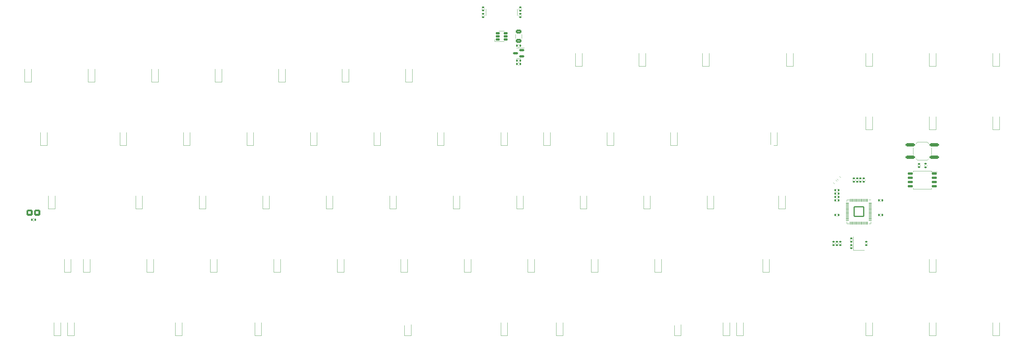
<source format=gbr>
%TF.GenerationSoftware,KiCad,Pcbnew,(6.0.6)*%
%TF.CreationDate,2022-09-03T14:27:16-07:00*%
%TF.ProjectId,2040rmie,32303430-726d-4696-952e-6b696361645f,rev?*%
%TF.SameCoordinates,Original*%
%TF.FileFunction,Legend,Bot*%
%TF.FilePolarity,Positive*%
%FSLAX46Y46*%
G04 Gerber Fmt 4.6, Leading zero omitted, Abs format (unit mm)*
G04 Created by KiCad (PCBNEW (6.0.6)) date 2022-09-03 14:27:16*
%MOMM*%
%LPD*%
G01*
G04 APERTURE LIST*
G04 Aperture macros list*
%AMRoundRect*
0 Rectangle with rounded corners*
0 $1 Rounding radius*
0 $2 $3 $4 $5 $6 $7 $8 $9 X,Y pos of 4 corners*
0 Add a 4 corners polygon primitive as box body*
4,1,4,$2,$3,$4,$5,$6,$7,$8,$9,$2,$3,0*
0 Add four circle primitives for the rounded corners*
1,1,$1+$1,$2,$3*
1,1,$1+$1,$4,$5*
1,1,$1+$1,$6,$7*
1,1,$1+$1,$8,$9*
0 Add four rect primitives between the rounded corners*
20,1,$1+$1,$2,$3,$4,$5,0*
20,1,$1+$1,$4,$5,$6,$7,0*
20,1,$1+$1,$6,$7,$8,$9,0*
20,1,$1+$1,$8,$9,$2,$3,0*%
G04 Aperture macros list end*
%ADD10C,0.120000*%
%ADD11C,0.200000*%
%ADD12C,1.750000*%
%ADD13C,3.987800*%
%ADD14C,2.300000*%
%ADD15RoundRect,0.285750X-0.666750X-0.666750X0.666750X-0.666750X0.666750X0.666750X-0.666750X0.666750X0*%
%ADD16C,1.905000*%
%ADD17C,3.048000*%
%ADD18C,2.000000*%
%ADD19RoundRect,0.140000X-0.140000X-0.170000X0.140000X-0.170000X0.140000X0.170000X-0.140000X0.170000X0*%
%ADD20R,1.200000X0.900000*%
%ADD21RoundRect,0.135000X0.185000X-0.135000X0.185000X0.135000X-0.185000X0.135000X-0.185000X-0.135000X0*%
%ADD22RoundRect,0.140000X0.140000X0.170000X-0.140000X0.170000X-0.140000X-0.170000X0.140000X-0.170000X0*%
%ADD23RoundRect,0.200000X-0.335876X-0.053033X-0.053033X-0.335876X0.335876X0.053033X0.053033X0.335876X0*%
%ADD24RoundRect,0.135000X-0.185000X0.135000X-0.185000X-0.135000X0.185000X-0.135000X0.185000X0.135000X0*%
%ADD25R,1.200000X1.400000*%
%ADD26RoundRect,0.140000X0.170000X-0.140000X0.170000X0.140000X-0.170000X0.140000X-0.170000X-0.140000X0*%
%ADD27RoundRect,0.140000X-0.170000X0.140000X-0.170000X-0.140000X0.170000X-0.140000X0.170000X0.140000X0*%
%ADD28RoundRect,0.150000X0.587500X0.150000X-0.587500X0.150000X-0.587500X-0.150000X0.587500X-0.150000X0*%
%ADD29RoundRect,0.250000X0.625000X-0.375000X0.625000X0.375000X-0.625000X0.375000X-0.625000X-0.375000X0*%
%ADD30RoundRect,0.150000X0.650000X0.150000X-0.650000X0.150000X-0.650000X-0.150000X0.650000X-0.150000X0*%
%ADD31C,0.650000*%
%ADD32R,0.600000X1.450000*%
%ADD33R,0.300000X1.450000*%
%ADD34O,1.000000X1.600000*%
%ADD35O,1.000000X2.100000*%
%ADD36RoundRect,0.135000X-0.135000X-0.185000X0.135000X-0.185000X0.135000X0.185000X-0.135000X0.185000X0*%
%ADD37RoundRect,0.050000X0.387500X0.050000X-0.387500X0.050000X-0.387500X-0.050000X0.387500X-0.050000X0*%
%ADD38RoundRect,0.050000X0.050000X0.387500X-0.050000X0.387500X-0.050000X-0.387500X0.050000X-0.387500X0*%
%ADD39RoundRect,0.144000X1.456000X1.456000X-1.456000X1.456000X-1.456000X-1.456000X1.456000X-1.456000X0*%
%ADD40RoundRect,0.275000X-1.125000X-0.275000X1.125000X-0.275000X1.125000X0.275000X-1.125000X0.275000X0*%
%ADD41RoundRect,0.150000X-0.475000X-0.150000X0.475000X-0.150000X0.475000X0.150000X-0.475000X0.150000X0*%
G04 APERTURE END LIST*
D10*
%TO.C,C17*%
X323874664Y-104785000D02*
X324090336Y-104785000D01*
X323874664Y-104065000D02*
X324090336Y-104065000D01*
%TO.C,D57*%
X114343750Y-145100000D02*
X112343750Y-145100000D01*
X112343750Y-145100000D02*
X112343750Y-141200000D01*
X114343750Y-145100000D02*
X114343750Y-141200000D01*
%TO.C,D41*%
X295318750Y-107000000D02*
X293318750Y-107000000D01*
X295318750Y-107000000D02*
X295318750Y-103100000D01*
X293318750Y-107000000D02*
X293318750Y-103100000D01*
%TO.C,R4*%
X315542500Y-116503016D02*
X315542500Y-116195734D01*
X314782500Y-116503016D02*
X314782500Y-116195734D01*
%TO.C,C11*%
X310950336Y-102065000D02*
X310734664Y-102065000D01*
X310950336Y-102785000D02*
X310734664Y-102785000D01*
%TO.C,D46*%
X143862500Y-126050000D02*
X143862500Y-122150000D01*
X143862500Y-126050000D02*
X141862500Y-126050000D01*
X141862500Y-126050000D02*
X141862500Y-122150000D01*
%TO.C,D34*%
X159587500Y-107000000D02*
X159587500Y-103100000D01*
X157587500Y-107000000D02*
X157587500Y-103100000D01*
X159587500Y-107000000D02*
X157587500Y-107000000D01*
%TO.C,D3*%
X107200000Y-68900000D02*
X107200000Y-65000000D01*
X105200000Y-68900000D02*
X105200000Y-65000000D01*
X107200000Y-68900000D02*
X105200000Y-68900000D01*
%TO.C,R2*%
X310835599Y-98008868D02*
X311171132Y-98344401D01*
X311574526Y-97269941D02*
X311910059Y-97605474D01*
%TO.C,C19*%
X323874664Y-109222500D02*
X324090336Y-109222500D01*
X323874664Y-108502500D02*
X324090336Y-108502500D01*
%TO.C,R9*%
X311222500Y-117233859D02*
X311222500Y-117541141D01*
X310462500Y-117233859D02*
X310462500Y-117541141D01*
%TO.C,Y1*%
X315762500Y-119387500D02*
X315762500Y-115387500D01*
X319062500Y-119387500D02*
X315762500Y-119387500D01*
%TO.C,C7*%
X310950336Y-101785000D02*
X310734664Y-101785000D01*
X310950336Y-101065000D02*
X310734664Y-101065000D01*
%TO.C,D12*%
X321512500Y-64137500D02*
X321512500Y-60237500D01*
X321512500Y-64137500D02*
X319512500Y-64137500D01*
X319512500Y-64137500D02*
X319512500Y-60237500D01*
%TO.C,D5*%
X145300000Y-68900000D02*
X143300000Y-68900000D01*
X145300000Y-68900000D02*
X145300000Y-65000000D01*
X143300000Y-68900000D02*
X143300000Y-65000000D01*
%TO.C,D48*%
X181962500Y-126050000D02*
X179962500Y-126050000D01*
X181962500Y-126050000D02*
X181962500Y-122150000D01*
X179962500Y-126050000D02*
X179962500Y-122150000D01*
%TO.C,C2*%
X314802500Y-118457211D02*
X314802500Y-118241539D01*
X315522500Y-118457211D02*
X315522500Y-118241539D01*
%TO.C,D65*%
X321512500Y-145100000D02*
X319512500Y-145100000D01*
X319512500Y-145100000D02*
X319512500Y-141200000D01*
X321512500Y-145100000D02*
X321512500Y-141200000D01*
%TO.C,D26*%
X290937500Y-87950000D02*
X290937500Y-84050000D01*
X292937500Y-87950000D02*
X292937500Y-84050000D01*
X292937500Y-87950000D02*
X290937500Y-87950000D01*
%TO.C,D1*%
X69100000Y-68900000D02*
X67100000Y-68900000D01*
X67100000Y-68900000D02*
X67100000Y-65000000D01*
X69100000Y-68900000D02*
X69100000Y-65000000D01*
%TO.C,D39*%
X252837500Y-107000000D02*
X252837500Y-103100000D01*
X254837500Y-107000000D02*
X254837500Y-103100000D01*
X254837500Y-107000000D02*
X252837500Y-107000000D01*
%TO.C,D49*%
X201012500Y-126050000D02*
X201012500Y-122150000D01*
X199012500Y-126050000D02*
X199012500Y-122150000D01*
X201012500Y-126050000D02*
X199012500Y-126050000D01*
%TO.C,D10*%
X270450000Y-64137500D02*
X270450000Y-60237500D01*
X272450000Y-64137500D02*
X270450000Y-64137500D01*
X272450000Y-64137500D02*
X272450000Y-60237500D01*
%TO.C,C8*%
X317552500Y-98445336D02*
X317552500Y-98229664D01*
X318272500Y-98445336D02*
X318272500Y-98229664D01*
%TO.C,D43*%
X86712500Y-126050000D02*
X84712500Y-126050000D01*
X84712500Y-126050000D02*
X84712500Y-122150000D01*
X86712500Y-126050000D02*
X86712500Y-122150000D01*
%TO.C,D16*%
X97675000Y-87950000D02*
X97675000Y-84050000D01*
X95675000Y-87950000D02*
X95675000Y-84050000D01*
X97675000Y-87950000D02*
X95675000Y-87950000D01*
%TO.C,D61*%
X228643750Y-145100000D02*
X226643750Y-145100000D01*
X228643750Y-145100000D02*
X228643750Y-141200000D01*
X226643750Y-145100000D02*
X226643750Y-141200000D01*
%TO.C,C20*%
X312202500Y-117279664D02*
X312202500Y-117495336D01*
X311482500Y-117279664D02*
X311482500Y-117495336D01*
%TO.C,D54*%
X340562500Y-126050000D02*
X338562500Y-126050000D01*
X340562500Y-126050000D02*
X340562500Y-122150000D01*
X338562500Y-126050000D02*
X338562500Y-122150000D01*
%TO.C,D58*%
X138156250Y-145100000D02*
X138156250Y-141200000D01*
X136156250Y-145100000D02*
X136156250Y-141200000D01*
X138156250Y-145100000D02*
X136156250Y-145100000D01*
%TO.C,U4*%
X215338750Y-61797500D02*
X214688750Y-61797500D01*
X215338750Y-58677500D02*
X217013750Y-58677500D01*
X215338750Y-58677500D02*
X214688750Y-58677500D01*
X215338750Y-61797500D02*
X215988750Y-61797500D01*
%TO.C,D33*%
X140537500Y-107000000D02*
X138537500Y-107000000D01*
X138537500Y-107000000D02*
X138537500Y-103100000D01*
X140537500Y-107000000D02*
X140537500Y-103100000D01*
%TO.C,D7*%
X183400000Y-68900000D02*
X183400000Y-65000000D01*
X181400000Y-68900000D02*
X181400000Y-65000000D01*
X183400000Y-68900000D02*
X181400000Y-68900000D01*
%TO.C,R3*%
X309774940Y-99069527D02*
X310110473Y-99405060D01*
X310513867Y-98330600D02*
X310849400Y-98666133D01*
%TO.C,D11*%
X295700000Y-64137500D02*
X295700000Y-60237500D01*
X297700000Y-64137500D02*
X295700000Y-64137500D01*
X297700000Y-64137500D02*
X297700000Y-60237500D01*
%TO.C,F1*%
X214428750Y-55759564D02*
X214428750Y-54555436D01*
X216248750Y-55759564D02*
X216248750Y-54555436D01*
%TO.C,D47*%
X162912500Y-126050000D02*
X160912500Y-126050000D01*
X162912500Y-126050000D02*
X162912500Y-122150000D01*
X160912500Y-126050000D02*
X160912500Y-122150000D01*
%TO.C,D22*%
X211975000Y-87950000D02*
X211975000Y-84050000D01*
X209975000Y-87950000D02*
X209975000Y-84050000D01*
X211975000Y-87950000D02*
X209975000Y-87950000D01*
%TO.C,D30*%
X74243750Y-107000000D02*
X74243750Y-103100000D01*
X76243750Y-107000000D02*
X74243750Y-107000000D01*
X76243750Y-107000000D02*
X76243750Y-103100000D01*
%TO.C,D37*%
X214737500Y-107000000D02*
X214737500Y-103100000D01*
X216737500Y-107000000D02*
X216737500Y-103100000D01*
X216737500Y-107000000D02*
X214737500Y-107000000D01*
%TO.C,D42*%
X81006250Y-126050000D02*
X79006250Y-126050000D01*
X81006250Y-126050000D02*
X81006250Y-122150000D01*
X79006250Y-126050000D02*
X79006250Y-122150000D01*
%TO.C,C10*%
X215230914Y-63847500D02*
X215446586Y-63847500D01*
X215230914Y-63127500D02*
X215446586Y-63127500D01*
%TO.C,D9*%
X253400000Y-64137500D02*
X253400000Y-60237500D01*
X253400000Y-64137500D02*
X251400000Y-64137500D01*
X251400000Y-64137500D02*
X251400000Y-60237500D01*
%TO.C,C9*%
X309482500Y-117279664D02*
X309482500Y-117495336D01*
X310202500Y-117279664D02*
X310202500Y-117495336D01*
%TO.C,D24*%
X243875000Y-87950000D02*
X243875000Y-84050000D01*
X241875000Y-87950000D02*
X241875000Y-84050000D01*
X243875000Y-87950000D02*
X241875000Y-87950000D01*
%TO.C,U3*%
X333737500Y-101062500D02*
X333737500Y-100802500D01*
X336462500Y-101062500D02*
X339187500Y-101062500D01*
X339187500Y-95612500D02*
X339187500Y-95872500D01*
X336462500Y-95612500D02*
X339187500Y-95612500D01*
X333737500Y-95612500D02*
X333737500Y-95872500D01*
X336462500Y-95612500D02*
X333737500Y-95612500D01*
X336462500Y-101062500D02*
X333737500Y-101062500D01*
X339187500Y-95872500D02*
X340862500Y-95872500D01*
X339187500Y-101062500D02*
X339187500Y-100802500D01*
%TO.C,D4*%
X126250000Y-68900000D02*
X124250000Y-68900000D01*
X124250000Y-68900000D02*
X124250000Y-65000000D01*
X126250000Y-68900000D02*
X126250000Y-65000000D01*
%TO.C,C13*%
X317272500Y-98445336D02*
X317272500Y-98229664D01*
X316552500Y-98445336D02*
X316552500Y-98229664D01*
%TO.C,C4*%
X335102500Y-93878164D02*
X335102500Y-94093836D01*
X335822500Y-93878164D02*
X335822500Y-94093836D01*
%TO.C,R7*%
X216198750Y-46773859D02*
X216198750Y-47081141D01*
X215438750Y-46773859D02*
X215438750Y-47081141D01*
%TO.C,R8*%
X337842500Y-93832359D02*
X337842500Y-94139641D01*
X337082500Y-93832359D02*
X337082500Y-94139641D01*
%TO.C,USB1*%
X205548750Y-48912500D02*
X205548750Y-46912500D01*
X214948750Y-48912500D02*
X214948750Y-46912500D01*
%TO.C,D25*%
X260925000Y-87950000D02*
X260925000Y-84050000D01*
X262925000Y-87950000D02*
X260925000Y-87950000D01*
X262925000Y-87950000D02*
X262925000Y-84050000D01*
%TO.C,D18*%
X133775000Y-87950000D02*
X133775000Y-84050000D01*
X135775000Y-87950000D02*
X135775000Y-84050000D01*
X135775000Y-87950000D02*
X133775000Y-87950000D01*
%TO.C,D55*%
X77906250Y-145100000D02*
X75906250Y-145100000D01*
X77906250Y-145100000D02*
X77906250Y-141200000D01*
X75906250Y-145100000D02*
X75906250Y-141200000D01*
%TO.C,D40*%
X271887500Y-107000000D02*
X271887500Y-103100000D01*
X273887500Y-107000000D02*
X273887500Y-103100000D01*
X273887500Y-107000000D02*
X271887500Y-107000000D01*
%TO.C,R1*%
X69608859Y-109880000D02*
X69916141Y-109880000D01*
X69608859Y-110640000D02*
X69916141Y-110640000D01*
%TO.C,C3*%
X205038750Y-46819664D02*
X205038750Y-47035336D01*
X204318750Y-46819664D02*
X204318750Y-47035336D01*
%TO.C,C14*%
X318552500Y-98445336D02*
X318552500Y-98229664D01*
X319272500Y-98445336D02*
X319272500Y-98229664D01*
%TO.C,D66*%
X340562500Y-145100000D02*
X338562500Y-145100000D01*
X340562500Y-145100000D02*
X340562500Y-141200000D01*
X338562500Y-145100000D02*
X338562500Y-141200000D01*
%TO.C,D52*%
X258162500Y-126050000D02*
X258162500Y-122150000D01*
X258162500Y-126050000D02*
X256162500Y-126050000D01*
X256162500Y-126050000D02*
X256162500Y-122150000D01*
%TO.C,D13*%
X340562500Y-64137500D02*
X340562500Y-60237500D01*
X340562500Y-64137500D02*
X338562500Y-64137500D01*
X338562500Y-64137500D02*
X338562500Y-60237500D01*
%TO.C,D8*%
X234350000Y-64137500D02*
X234350000Y-60237500D01*
X234350000Y-64137500D02*
X232350000Y-64137500D01*
X232350000Y-64137500D02*
X232350000Y-60237500D01*
%TO.C,D17*%
X116725000Y-87950000D02*
X114725000Y-87950000D01*
X116725000Y-87950000D02*
X116725000Y-84050000D01*
X114725000Y-87950000D02*
X114725000Y-84050000D01*
%TO.C,D50*%
X220062500Y-126050000D02*
X218062500Y-126050000D01*
X220062500Y-126050000D02*
X220062500Y-122150000D01*
X218062500Y-126050000D02*
X218062500Y-122150000D01*
%TO.C,D59*%
X183081950Y-145100000D02*
X181081950Y-145100000D01*
X181081950Y-145100000D02*
X181081950Y-141200000D01*
X183081950Y-145100000D02*
X183081950Y-141200000D01*
%TO.C,D28*%
X340562500Y-83187500D02*
X338562500Y-83187500D01*
X340562500Y-83187500D02*
X340562500Y-79287500D01*
X338562500Y-83187500D02*
X338562500Y-79287500D01*
%TO.C,D31*%
X100437500Y-107000000D02*
X100437500Y-103100000D01*
X102437500Y-107000000D02*
X100437500Y-107000000D01*
X102437500Y-107000000D02*
X102437500Y-103100000D01*
%TO.C,D14*%
X357612500Y-64137500D02*
X357612500Y-60237500D01*
X359612500Y-64137500D02*
X359612500Y-60237500D01*
X359612500Y-64137500D02*
X357612500Y-64137500D01*
%TO.C,C1*%
X319302500Y-117495336D02*
X319302500Y-117279664D01*
X320022500Y-117495336D02*
X320022500Y-117279664D01*
%TO.C,U1*%
X321022500Y-111472500D02*
X321022500Y-110822500D01*
X320372500Y-111472500D02*
X321022500Y-111472500D01*
X314452500Y-111472500D02*
X313802500Y-111472500D01*
X320372500Y-104252500D02*
X321022500Y-104252500D01*
X313802500Y-111472500D02*
X313802500Y-110822500D01*
X313802500Y-104252500D02*
X313802500Y-104902500D01*
X314452500Y-104252500D02*
X313802500Y-104252500D01*
%TO.C,C6*%
X215230914Y-62847500D02*
X215446586Y-62847500D01*
X215230914Y-62127500D02*
X215446586Y-62127500D01*
%TO.C,D53*%
X290556250Y-126050000D02*
X288556250Y-126050000D01*
X288556250Y-126050000D02*
X288556250Y-122150000D01*
X290556250Y-126050000D02*
X290556250Y-122150000D01*
%TO.C,D35*%
X176637500Y-107000000D02*
X176637500Y-103100000D01*
X178637500Y-107000000D02*
X178637500Y-103100000D01*
X178637500Y-107000000D02*
X176637500Y-107000000D01*
%TO.C,R6*%
X215438750Y-49081141D02*
X215438750Y-48773859D01*
X216198750Y-49081141D02*
X216198750Y-48773859D01*
%TO.C,D36*%
X195687500Y-107000000D02*
X195687500Y-103100000D01*
X197687500Y-107000000D02*
X197687500Y-103100000D01*
X197687500Y-107000000D02*
X195687500Y-107000000D01*
%TO.C,D6*%
X162350000Y-68900000D02*
X162350000Y-65000000D01*
X164350000Y-68900000D02*
X164350000Y-65000000D01*
X164350000Y-68900000D02*
X162350000Y-68900000D01*
%TO.C,D45*%
X124812500Y-126050000D02*
X122812500Y-126050000D01*
X124812500Y-126050000D02*
X124812500Y-122150000D01*
X122812500Y-126050000D02*
X122812500Y-122150000D01*
%TO.C,C16*%
X310950336Y-104065000D02*
X310734664Y-104065000D01*
X310950336Y-104785000D02*
X310734664Y-104785000D01*
%TO.C,D2*%
X88150000Y-68900000D02*
X88150000Y-65000000D01*
X88150000Y-68900000D02*
X86150000Y-68900000D01*
X86150000Y-68900000D02*
X86150000Y-65000000D01*
%TO.C,Reset1*%
X335012500Y-92364500D02*
X337912500Y-92364500D01*
X335012500Y-86924500D02*
X334522500Y-87414500D01*
X337912500Y-92364500D02*
X338402500Y-91874500D01*
X335012500Y-86924500D02*
X337912500Y-86924500D01*
X339182500Y-88604500D02*
X339182500Y-90684500D01*
X333742500Y-88604500D02*
X333742500Y-90684500D01*
X335012500Y-92364500D02*
X334522500Y-91874500D01*
X337912500Y-86924500D02*
X338402500Y-87414500D01*
%TO.C,D19*%
X154825000Y-87950000D02*
X152825000Y-87950000D01*
X152825000Y-87950000D02*
X152825000Y-84050000D01*
X154825000Y-87950000D02*
X154825000Y-84050000D01*
%TO.C,D60*%
X211975000Y-145100000D02*
X211975000Y-141200000D01*
X209975000Y-145100000D02*
X209975000Y-141200000D01*
X211975000Y-145100000D02*
X209975000Y-145100000D01*
%TO.C,D51*%
X239112500Y-126050000D02*
X239112500Y-122150000D01*
X239112500Y-126050000D02*
X237112500Y-126050000D01*
X237112500Y-126050000D02*
X237112500Y-122150000D01*
%TO.C,D38*%
X233787500Y-107000000D02*
X233787500Y-103100000D01*
X235787500Y-107000000D02*
X233787500Y-107000000D01*
X235787500Y-107000000D02*
X235787500Y-103100000D01*
%TO.C,R5*%
X204298750Y-49081141D02*
X204298750Y-48773859D01*
X205058750Y-49081141D02*
X205058750Y-48773859D01*
%TO.C,C5*%
X215230914Y-57627500D02*
X215446586Y-57627500D01*
X215230914Y-58347500D02*
X215446586Y-58347500D01*
%TO.C,C15*%
X310950336Y-103065000D02*
X310734664Y-103065000D01*
X310950336Y-103785000D02*
X310734664Y-103785000D01*
%TO.C,D27*%
X319512500Y-83187500D02*
X319512500Y-79287500D01*
X321512500Y-83187500D02*
X319512500Y-83187500D01*
X321512500Y-83187500D02*
X321512500Y-79287500D01*
%TO.C,D32*%
X119487500Y-107000000D02*
X119487500Y-103100000D01*
X121487500Y-107000000D02*
X119487500Y-107000000D01*
X121487500Y-107000000D02*
X121487500Y-103100000D01*
%TO.C,D67*%
X357612500Y-145100000D02*
X357612500Y-141200000D01*
X359612500Y-145100000D02*
X359612500Y-141200000D01*
X359612500Y-145100000D02*
X357612500Y-145100000D01*
%TO.C,D23*%
X224825000Y-87950000D02*
X222825000Y-87950000D01*
X222825000Y-87950000D02*
X222825000Y-84050000D01*
X224825000Y-87950000D02*
X224825000Y-84050000D01*
%TO.C,D56*%
X81950000Y-145100000D02*
X79950000Y-145100000D01*
X81950000Y-145100000D02*
X81950000Y-141200000D01*
X79950000Y-145100000D02*
X79950000Y-141200000D01*
%TO.C,D20*%
X171875000Y-87950000D02*
X171875000Y-84050000D01*
X173875000Y-87950000D02*
X171875000Y-87950000D01*
X173875000Y-87950000D02*
X173875000Y-84050000D01*
%TO.C,U2*%
X210248750Y-53597500D02*
X211048750Y-53597500D01*
X208148750Y-56717500D02*
X211048750Y-56717500D01*
X208148750Y-56107500D02*
X208148750Y-56717500D01*
X210248750Y-53597500D02*
X209448750Y-53597500D01*
%TO.C,D62*%
X262044450Y-145100000D02*
X262044450Y-141200000D01*
X264044450Y-145100000D02*
X264044450Y-141200000D01*
X264044450Y-145100000D02*
X262044450Y-145100000D01*
%TO.C,D15*%
X73862500Y-87950000D02*
X73862500Y-84050000D01*
X73862500Y-87950000D02*
X71862500Y-87950000D01*
X71862500Y-87950000D02*
X71862500Y-84050000D01*
%TO.C,C18*%
X310950336Y-108502500D02*
X310734664Y-108502500D01*
X310950336Y-109222500D02*
X310734664Y-109222500D01*
%TO.C,D44*%
X103762500Y-126050000D02*
X103762500Y-122150000D01*
X105762500Y-126050000D02*
X103762500Y-126050000D01*
X105762500Y-126050000D02*
X105762500Y-122150000D01*
%TO.C,D63*%
X276650000Y-145100000D02*
X276650000Y-141200000D01*
X278650000Y-145100000D02*
X278650000Y-141200000D01*
X278650000Y-145100000D02*
X276650000Y-145100000D01*
%TO.C,C12*%
X315552500Y-98445336D02*
X315552500Y-98229664D01*
X316272500Y-98445336D02*
X316272500Y-98229664D01*
%TO.C,D29*%
X359612500Y-83187500D02*
X359612500Y-79287500D01*
X359612500Y-83187500D02*
X357612500Y-83187500D01*
X357612500Y-83187500D02*
X357612500Y-79287500D01*
%TO.C,D64*%
X282693750Y-145100000D02*
X280693750Y-145100000D01*
X282693750Y-145100000D02*
X282693750Y-141200000D01*
X280693750Y-145100000D02*
X280693750Y-141200000D01*
%TO.C,D21*%
X192925000Y-87950000D02*
X190925000Y-87950000D01*
X190925000Y-87950000D02*
X190925000Y-84050000D01*
X192925000Y-87950000D02*
X192925000Y-84050000D01*
%TD*%
%LPC*%
D11*
X345245950Y-86519750D02*
G75*
G03*
X343995950Y-87769750I50J-1250050D01*
G01*
X343995950Y-93269750D02*
X343995950Y-87769750D01*
X357745950Y-94519750D02*
G75*
G03*
X358995950Y-93269750I-50J1250050D01*
G01*
X358995950Y-87769750D02*
G75*
G03*
X357745950Y-86519750I-1250050J-50D01*
G01*
X343995950Y-93269750D02*
G75*
G03*
X345245950Y-94519750I1250050J50D01*
G01*
X357745950Y-94519750D02*
X345245950Y-94519750D01*
X358995950Y-87769750D02*
X358995950Y-93269750D01*
X345245950Y-86519750D02*
X357745950Y-86519750D01*
X357114201Y-87652369D02*
X357060629Y-87604750D01*
X356959439Y-87557130D01*
X356721344Y-87557130D01*
X356632058Y-87604750D01*
X356590391Y-87652369D01*
X356554677Y-87747607D01*
X356566582Y-87842845D01*
X356632058Y-87985702D01*
X357274915Y-88557130D01*
X356655867Y-88557130D01*
X355911820Y-87557130D02*
X355816582Y-87557130D01*
X355727296Y-87604750D01*
X355685629Y-87652369D01*
X355649915Y-87747607D01*
X355626105Y-87938083D01*
X355655867Y-88176178D01*
X355727296Y-88366654D01*
X355786820Y-88461892D01*
X355840391Y-88509511D01*
X355941582Y-88557130D01*
X356036820Y-88557130D01*
X356126105Y-88509511D01*
X356167772Y-88461892D01*
X356203486Y-88366654D01*
X356227296Y-88176178D01*
X356197534Y-87938083D01*
X356126105Y-87747607D01*
X356066582Y-87652369D01*
X356013010Y-87604750D01*
X355911820Y-87557130D01*
X354763010Y-87890464D02*
X354846344Y-88557130D01*
X354953486Y-87509511D02*
X355280867Y-88223797D01*
X354661820Y-88223797D01*
X354007058Y-87557130D02*
X353911820Y-87557130D01*
X353822534Y-87604750D01*
X353780867Y-87652369D01*
X353745153Y-87747607D01*
X353721344Y-87938083D01*
X353751105Y-88176178D01*
X353822534Y-88366654D01*
X353882058Y-88461892D01*
X353935629Y-88509511D01*
X354036820Y-88557130D01*
X354132058Y-88557130D01*
X354221344Y-88509511D01*
X354263010Y-88461892D01*
X354298725Y-88366654D01*
X354322534Y-88176178D01*
X354292772Y-87938083D01*
X354221344Y-87747607D01*
X354161820Y-87652369D01*
X354108248Y-87604750D01*
X354007058Y-87557130D01*
X353370153Y-88557130D02*
X353286820Y-87890464D01*
X353310629Y-88080940D02*
X353251105Y-87985702D01*
X353197534Y-87938083D01*
X353096344Y-87890464D01*
X353001105Y-87890464D01*
X352751105Y-88557130D02*
X352667772Y-87890464D01*
X352679677Y-87985702D02*
X352626105Y-87938083D01*
X352524915Y-87890464D01*
X352382058Y-87890464D01*
X352292772Y-87938083D01*
X352257058Y-88033321D01*
X352322534Y-88557130D01*
X352257058Y-88033321D02*
X352197534Y-87938083D01*
X352096344Y-87890464D01*
X351953486Y-87890464D01*
X351864201Y-87938083D01*
X351828486Y-88033321D01*
X351893963Y-88557130D01*
X351417772Y-88557130D02*
X351334439Y-87890464D01*
X351292772Y-87557130D02*
X351346344Y-87604750D01*
X351304677Y-87652369D01*
X351251105Y-87604750D01*
X351292772Y-87557130D01*
X351304677Y-87652369D01*
X350554677Y-88509511D02*
X350655867Y-88557130D01*
X350846344Y-88557130D01*
X350935629Y-88509511D01*
X350971344Y-88414273D01*
X350923725Y-88033321D01*
X350864201Y-87938083D01*
X350763010Y-87890464D01*
X350572534Y-87890464D01*
X350483248Y-87938083D01*
X350447534Y-88033321D01*
X350459439Y-88128559D01*
X350947534Y-88223797D01*
X357179677Y-90167130D02*
X357096344Y-89500464D01*
X357120153Y-89690940D02*
X357060629Y-89595702D01*
X357007058Y-89548083D01*
X356905867Y-89500464D01*
X356810629Y-89500464D01*
X356173725Y-90119511D02*
X356274915Y-90167130D01*
X356465391Y-90167130D01*
X356554677Y-90119511D01*
X356590391Y-90024273D01*
X356542772Y-89643321D01*
X356483248Y-89548083D01*
X356382058Y-89500464D01*
X356191582Y-89500464D01*
X356102296Y-89548083D01*
X356066582Y-89643321D01*
X356078486Y-89738559D01*
X356566582Y-89833797D01*
X355715391Y-89500464D02*
X355560629Y-90167130D01*
X355239201Y-89500464D01*
X354417772Y-90167130D02*
X354989201Y-90167130D01*
X354703486Y-90167130D02*
X354578486Y-89167130D01*
X354691582Y-89309988D01*
X354798725Y-89405226D01*
X354899915Y-89452845D01*
X353977296Y-90071892D02*
X353935629Y-90119511D01*
X353989201Y-90167130D01*
X354030867Y-90119511D01*
X353977296Y-90071892D01*
X353989201Y-90167130D01*
X352989201Y-90167130D02*
X353560629Y-90167130D01*
X353274915Y-90167130D02*
X353149915Y-89167130D01*
X353263010Y-89309988D01*
X353370153Y-89405226D01*
X353471344Y-89452845D01*
X356751105Y-91777130D02*
X356626105Y-90777130D01*
X356745153Y-91729511D02*
X356846344Y-91777130D01*
X357036820Y-91777130D01*
X357126105Y-91729511D01*
X357167772Y-91681892D01*
X357203486Y-91586654D01*
X357167772Y-91300940D01*
X357108248Y-91205702D01*
X357054677Y-91158083D01*
X356953486Y-91110464D01*
X356763010Y-91110464D01*
X356673725Y-91158083D01*
X355888010Y-91729511D02*
X355989201Y-91777130D01*
X356179677Y-91777130D01*
X356268963Y-91729511D01*
X356304677Y-91634273D01*
X356257058Y-91253321D01*
X356197534Y-91158083D01*
X356096344Y-91110464D01*
X355905867Y-91110464D01*
X355816582Y-91158083D01*
X355780867Y-91253321D01*
X355792772Y-91348559D01*
X356280867Y-91443797D01*
X355459439Y-91729511D02*
X355370153Y-91777130D01*
X355179677Y-91777130D01*
X355078486Y-91729511D01*
X355018963Y-91634273D01*
X355013010Y-91586654D01*
X355048725Y-91491416D01*
X355138010Y-91443797D01*
X355280867Y-91443797D01*
X355370153Y-91396178D01*
X355405867Y-91300940D01*
X355399915Y-91253321D01*
X355340391Y-91158083D01*
X355239201Y-91110464D01*
X355096344Y-91110464D01*
X355007058Y-91158083D01*
X354608248Y-91777130D02*
X354524915Y-91110464D01*
X354483248Y-90777130D02*
X354536820Y-90824750D01*
X354495153Y-90872369D01*
X354441582Y-90824750D01*
X354483248Y-90777130D01*
X354495153Y-90872369D01*
X353620153Y-91110464D02*
X353721344Y-91919988D01*
X353780867Y-92015226D01*
X353834439Y-92062845D01*
X353935629Y-92110464D01*
X354078486Y-92110464D01*
X354167772Y-92062845D01*
X353697534Y-91729511D02*
X353798725Y-91777130D01*
X353989201Y-91777130D01*
X354078486Y-91729511D01*
X354120153Y-91681892D01*
X354155867Y-91586654D01*
X354120153Y-91300940D01*
X354060629Y-91205702D01*
X354007058Y-91158083D01*
X353905867Y-91110464D01*
X353715391Y-91110464D01*
X353626105Y-91158083D01*
X353143963Y-91110464D02*
X353227296Y-91777130D01*
X353155867Y-91205702D02*
X353102296Y-91158083D01*
X353001105Y-91110464D01*
X352858248Y-91110464D01*
X352768963Y-91158083D01*
X352733248Y-91253321D01*
X352798725Y-91777130D01*
X351935629Y-91729511D02*
X352036820Y-91777130D01*
X352227296Y-91777130D01*
X352316582Y-91729511D01*
X352352296Y-91634273D01*
X352304677Y-91253321D01*
X352245153Y-91158083D01*
X352143963Y-91110464D01*
X351953486Y-91110464D01*
X351864201Y-91158083D01*
X351828486Y-91253321D01*
X351840391Y-91348559D01*
X352328486Y-91443797D01*
X351036820Y-91777130D02*
X350911820Y-90777130D01*
X351030867Y-91729511D02*
X351132058Y-91777130D01*
X351322534Y-91777130D01*
X351411820Y-91729511D01*
X351453486Y-91681892D01*
X351489201Y-91586654D01*
X351453486Y-91300940D01*
X351393963Y-91205702D01*
X351340391Y-91158083D01*
X351239201Y-91110464D01*
X351048725Y-91110464D01*
X350959439Y-91158083D01*
X349798725Y-91777130D02*
X349673725Y-90777130D01*
X349721344Y-91158083D02*
X349620153Y-91110464D01*
X349429677Y-91110464D01*
X349340391Y-91158083D01*
X349298725Y-91205702D01*
X349263010Y-91300940D01*
X349298725Y-91586654D01*
X349358248Y-91681892D01*
X349411820Y-91729511D01*
X349513010Y-91777130D01*
X349703486Y-91777130D01*
X349792772Y-91729511D01*
X348905867Y-91110464D02*
X348751105Y-91777130D01*
X348429677Y-91110464D02*
X348751105Y-91777130D01*
X348876105Y-92015226D01*
X348929677Y-92062845D01*
X349030867Y-92110464D01*
X357221344Y-93339511D02*
X357084439Y-93387130D01*
X356846344Y-93387130D01*
X356745153Y-93339511D01*
X356691582Y-93291892D01*
X356632058Y-93196654D01*
X356620153Y-93101416D01*
X356655867Y-93006178D01*
X356697534Y-92958559D01*
X356786820Y-92910940D01*
X356971344Y-92863321D01*
X357060629Y-92815702D01*
X357102296Y-92768083D01*
X357138010Y-92672845D01*
X357126105Y-92577607D01*
X357066582Y-92482369D01*
X357013010Y-92434750D01*
X356911820Y-92387130D01*
X356673725Y-92387130D01*
X356536820Y-92434750D01*
X356227296Y-93387130D02*
X356102296Y-92387130D01*
X355798725Y-93387130D02*
X355733248Y-92863321D01*
X355768963Y-92768083D01*
X355858248Y-92720464D01*
X356001105Y-92720464D01*
X356102296Y-92768083D01*
X356155867Y-92815702D01*
X355322534Y-93387130D02*
X355239201Y-92720464D01*
X355197534Y-92387130D02*
X355251105Y-92434750D01*
X355209439Y-92482369D01*
X355155867Y-92434750D01*
X355197534Y-92387130D01*
X355209439Y-92482369D01*
X354763010Y-92720464D02*
X354846344Y-93387130D01*
X354774915Y-92815702D02*
X354721344Y-92768083D01*
X354620153Y-92720464D01*
X354477296Y-92720464D01*
X354388010Y-92768083D01*
X354352296Y-92863321D01*
X354417772Y-93387130D01*
X353941582Y-93387130D02*
X353816582Y-92387130D01*
X353798725Y-93006178D02*
X353560629Y-93387130D01*
X353477296Y-92720464D02*
X353905867Y-93101416D01*
X352703486Y-93387130D02*
X352638010Y-92863321D01*
X352673725Y-92768083D01*
X352763010Y-92720464D01*
X352953486Y-92720464D01*
X353054677Y-92768083D01*
X352697534Y-93339511D02*
X352798725Y-93387130D01*
X353036820Y-93387130D01*
X353126105Y-93339511D01*
X353161820Y-93244273D01*
X353149915Y-93149035D01*
X353090391Y-93053797D01*
X352989201Y-93006178D01*
X352751105Y-93006178D01*
X352649915Y-92958559D01*
X352227296Y-93387130D02*
X352143963Y-92720464D01*
X352102296Y-92387130D02*
X352155867Y-92434750D01*
X352114201Y-92482369D01*
X352060629Y-92434750D01*
X352102296Y-92387130D01*
X352114201Y-92482369D01*
X350989201Y-93387130D02*
X350864201Y-92387130D01*
X350620153Y-93101416D01*
X350197534Y-92387130D01*
X350322534Y-93387130D01*
X349417772Y-93387130D02*
X349352296Y-92863321D01*
X349388010Y-92768083D01*
X349477296Y-92720464D01*
X349667772Y-92720464D01*
X349768963Y-92768083D01*
X349411820Y-93339511D02*
X349513010Y-93387130D01*
X349751105Y-93387130D01*
X349840391Y-93339511D01*
X349876105Y-93244273D01*
X349864201Y-93149035D01*
X349804677Y-93053797D01*
X349703486Y-93006178D01*
X349465391Y-93006178D01*
X349364201Y-92958559D01*
X348953486Y-92720464D02*
X348798725Y-93387130D01*
X348477296Y-92720464D02*
X348798725Y-93387130D01*
X348923725Y-93625226D01*
X348977296Y-93672845D01*
X349078486Y-93720464D01*
X347751105Y-93387130D02*
X347685629Y-92863321D01*
X347721344Y-92768083D01*
X347810629Y-92720464D01*
X348001105Y-92720464D01*
X348102296Y-92768083D01*
X347745153Y-93339511D02*
X347846344Y-93387130D01*
X348084439Y-93387130D01*
X348173725Y-93339511D01*
X348209439Y-93244273D01*
X348197534Y-93149035D01*
X348138010Y-93053797D01*
X348036820Y-93006178D01*
X347798725Y-93006178D01*
X347697534Y-92958559D01*
X347191582Y-92720464D02*
X347274915Y-93387130D01*
X347203486Y-92815702D02*
X347149915Y-92768083D01*
X347048725Y-92720464D01*
X346905867Y-92720464D01*
X346816582Y-92768083D01*
X346780867Y-92863321D01*
X346846344Y-93387130D01*
X346227296Y-93387130D02*
X346316582Y-93339511D01*
X346358248Y-93291892D01*
X346393963Y-93196654D01*
X346358248Y-92910940D01*
X346298725Y-92815702D01*
X346245153Y-92768083D01*
X346143963Y-92720464D01*
X346001105Y-92720464D01*
X345911820Y-92768083D01*
X345870153Y-92815702D01*
X345834439Y-92910940D01*
X345870153Y-93196654D01*
X345929677Y-93291892D01*
X345983248Y-93339511D01*
X346084439Y-93387130D01*
X346227296Y-93387130D01*
D12*
%TO.C,MX4-9_1*%
X265342500Y-141200000D03*
D13*
X260262500Y-141200000D03*
D12*
X255182500Y-141200000D03*
D14*
X256452500Y-138660000D03*
X262802500Y-136120000D03*
%TD*%
D12*
%TO.C,MX4-2_1*%
X103417500Y-141200000D03*
D13*
X98337500Y-141200000D03*
D12*
X93257500Y-141200000D03*
D14*
X94527500Y-138660000D03*
X100877500Y-136120000D03*
%TD*%
D12*
%TO.C,MX3-B0*%
X62301250Y-122150000D03*
D13*
X67381250Y-122150000D03*
D12*
X72461250Y-122150000D03*
D14*
X63571250Y-119610000D03*
X69921250Y-117070000D03*
%TD*%
D15*
%TO.C,LED1*%
X70873750Y-108180000D03*
D16*
X73413750Y-108180000D03*
%TD*%
D13*
%TO.C,MX4-7_2*%
X188825000Y-141200000D03*
D12*
X183745000Y-141200000D03*
X193905000Y-141200000D03*
D14*
X185015000Y-138660000D03*
X191365000Y-136120000D03*
%TD*%
D12*
%TO.C,MX3-2*%
X102782500Y-122150000D03*
D13*
X107862500Y-122150000D03*
D12*
X112942500Y-122150000D03*
D14*
X104052500Y-119610000D03*
X110402500Y-117070000D03*
%TD*%
D12*
%TO.C,MX3-13*%
X341542500Y-122150000D03*
X331382500Y-122150000D03*
D13*
X336462500Y-122150000D03*
D14*
X332652500Y-119610000D03*
X339002500Y-117070000D03*
%TD*%
D13*
%TO.C,ST-2_0*%
X226925000Y-132945000D03*
D17*
X226925000Y-148185000D03*
X131675000Y-148185000D03*
D13*
X131675000Y-132945000D03*
%TD*%
D12*
%TO.C,MX0-8*%
X241530000Y-60237500D03*
D13*
X236450000Y-60237500D03*
D12*
X231370000Y-60237500D03*
D14*
X232640000Y-57697500D03*
X238990000Y-55157500D03*
%TD*%
D13*
%TO.C,MX4-0_1*%
X69762500Y-141200000D03*
D12*
X74842500Y-141200000D03*
X64682500Y-141200000D03*
D14*
X65952500Y-138660000D03*
X72302500Y-136120000D03*
%TD*%
D13*
%TO.C,MX4-0_2*%
X67381250Y-141200000D03*
D12*
X72461250Y-141200000D03*
X62301250Y-141200000D03*
D14*
X63571250Y-138660000D03*
X69921250Y-136120000D03*
%TD*%
D12*
%TO.C,MX2-10*%
X274867500Y-103100000D03*
D13*
X269787500Y-103100000D03*
D12*
X264707500Y-103100000D03*
D14*
X265977500Y-100560000D03*
X272327500Y-98020000D03*
%TD*%
D12*
%TO.C,MX4-7_4*%
X201048750Y-141200000D03*
D13*
X195968750Y-141200000D03*
D12*
X190888750Y-141200000D03*
D14*
X192158750Y-138660000D03*
X198508750Y-136120000D03*
%TD*%
D12*
%TO.C,MX1-7*%
X212955000Y-84050000D03*
X202795000Y-84050000D03*
D13*
X207875000Y-84050000D03*
D14*
X204065000Y-81510000D03*
X210415000Y-78970000D03*
%TD*%
D12*
%TO.C,MX0-14*%
X360592500Y-60237500D03*
D13*
X355512500Y-60237500D03*
D12*
X350432500Y-60237500D03*
D14*
X351702500Y-57697500D03*
X358052500Y-55157500D03*
%TD*%
D12*
%TO.C,MX4-4_4*%
X167711250Y-141200000D03*
D13*
X162631250Y-141200000D03*
D12*
X157551250Y-141200000D03*
D14*
X158821250Y-138660000D03*
X165171250Y-136120000D03*
%TD*%
D13*
%TO.C,MX0-2*%
X103100000Y-65000000D03*
D12*
X98020000Y-65000000D03*
X108180000Y-65000000D03*
D14*
X99290000Y-62460000D03*
X105640000Y-59920000D03*
%TD*%
D17*
%TO.C,ST-B1*%
X65000000Y-115165000D03*
X88812500Y-115165000D03*
D13*
X88812500Y-130405000D03*
X65000000Y-130405000D03*
%TD*%
D12*
%TO.C,MX0-13*%
X331382500Y-60237500D03*
D13*
X336462500Y-60237500D03*
D12*
X341542500Y-60237500D03*
D14*
X332652500Y-57697500D03*
X339002500Y-55157500D03*
%TD*%
D13*
%TO.C,MX0-3*%
X122150000Y-65000000D03*
D12*
X127230000Y-65000000D03*
X117070000Y-65000000D03*
D14*
X118340000Y-62460000D03*
X124690000Y-59920000D03*
%TD*%
D13*
%TO.C,MX0-9*%
X255500000Y-60237500D03*
D12*
X260580000Y-60237500D03*
X250420000Y-60237500D03*
D14*
X251690000Y-57697500D03*
X258040000Y-55157500D03*
%TD*%
D12*
%TO.C,MX4-10_0*%
X269470000Y-141200000D03*
X279630000Y-141200000D03*
D13*
X274550000Y-141200000D03*
D14*
X270740000Y-138660000D03*
X277090000Y-136120000D03*
%TD*%
D12*
%TO.C,MX1-14*%
X350432500Y-79287500D03*
D13*
X355512500Y-79287500D03*
D12*
X360592500Y-79287500D03*
D14*
X351702500Y-76747500D03*
X358052500Y-74207500D03*
%TD*%
D12*
%TO.C,MX3-3*%
X121832500Y-122150000D03*
X131992500Y-122150000D03*
D13*
X126912500Y-122150000D03*
D14*
X123102500Y-119610000D03*
X129452500Y-117070000D03*
%TD*%
D13*
%TO.C,ST-A2*%
X282963750Y-81668750D03*
D17*
X298203750Y-105481250D03*
X298203750Y-81668750D03*
D13*
X282963750Y-105481250D03*
%TD*%
D17*
%TO.C,ST-3_0*%
X169775000Y-148185000D03*
D13*
X131675000Y-132945000D03*
X169775000Y-132945000D03*
D17*
X131675000Y-148185000D03*
%TD*%
D13*
%TO.C,MX1-8*%
X226925000Y-84050000D03*
D12*
X232005000Y-84050000D03*
X221845000Y-84050000D03*
D14*
X223115000Y-81510000D03*
X229465000Y-78970000D03*
%TD*%
D12*
%TO.C,MX1-13*%
X331382500Y-79287500D03*
X341542500Y-79287500D03*
D13*
X336462500Y-79287500D03*
D14*
X332652500Y-76747500D03*
X339002500Y-74207500D03*
%TD*%
D12*
%TO.C,MX1-6*%
X183745000Y-84050000D03*
D13*
X188825000Y-84050000D03*
D12*
X193905000Y-84050000D03*
D14*
X185015000Y-81510000D03*
X191365000Y-78970000D03*
%TD*%
D13*
%TO.C,MX4-1_2*%
X88812500Y-141200000D03*
D12*
X83732500Y-141200000D03*
X93892500Y-141200000D03*
D14*
X85002500Y-138660000D03*
X91352500Y-136120000D03*
%TD*%
D13*
%TO.C,ST-3_1*%
X226925000Y-132945000D03*
X188825000Y-132945000D03*
D17*
X188825000Y-148185000D03*
X226925000Y-148185000D03*
%TD*%
D12*
%TO.C,MX4-4_0*%
X184380000Y-141200000D03*
D13*
X179300000Y-141200000D03*
D12*
X174220000Y-141200000D03*
D14*
X175490000Y-138660000D03*
X181840000Y-136120000D03*
%TD*%
D17*
%TO.C,ST-C1*%
X265025000Y-115165000D03*
D13*
X288837500Y-130405000D03*
X265025000Y-130405000D03*
D17*
X288837500Y-115165000D03*
%TD*%
D12*
%TO.C,MX2-A11*%
X276613750Y-103100000D03*
D13*
X281693750Y-103100000D03*
D12*
X286773750Y-103100000D03*
D14*
X277883750Y-100560000D03*
X284233750Y-98020000D03*
%TD*%
D12*
%TO.C,MX3-10*%
X255182500Y-122150000D03*
D13*
X260262500Y-122150000D03*
D12*
X265342500Y-122150000D03*
D14*
X256452500Y-119610000D03*
X262802500Y-117070000D03*
%TD*%
D13*
%TO.C,MX2-1*%
X98337500Y-103100000D03*
D12*
X103417500Y-103100000D03*
X93257500Y-103100000D03*
D14*
X94527500Y-100560000D03*
X100877500Y-98020000D03*
%TD*%
D13*
%TO.C,MX1-4*%
X150725000Y-84050000D03*
D12*
X155805000Y-84050000D03*
X145645000Y-84050000D03*
D14*
X146915000Y-81510000D03*
X153265000Y-78970000D03*
%TD*%
D17*
%TO.C,ST-0_0*%
X236450000Y-148185000D03*
X122150000Y-148185000D03*
D13*
X236450000Y-132945000D03*
X122150000Y-132945000D03*
%TD*%
D12*
%TO.C,MX4-3_4*%
X128976250Y-141200000D03*
D13*
X134056250Y-141200000D03*
D12*
X139136250Y-141200000D03*
D14*
X130246250Y-138660000D03*
X136596250Y-136120000D03*
%TD*%
D12*
%TO.C,MX3-9*%
X246292500Y-122150000D03*
X236132500Y-122150000D03*
D13*
X241212500Y-122150000D03*
D14*
X237402500Y-119610000D03*
X243752500Y-117070000D03*
%TD*%
D13*
%TO.C,MX4-2_2*%
X110243750Y-141200000D03*
D12*
X115323750Y-141200000D03*
X105163750Y-141200000D03*
D14*
X106433750Y-138660000D03*
X112783750Y-136120000D03*
%TD*%
D12*
%TO.C,MX1-12*%
X322492500Y-79287500D03*
D13*
X317412500Y-79287500D03*
D12*
X312332500Y-79287500D03*
D14*
X313602500Y-76747500D03*
X319952500Y-74207500D03*
%TD*%
%TO.C,MX3-A11*%
X279471250Y-117070000D03*
X273121250Y-119610000D03*
D12*
X271851250Y-122150000D03*
X282011250Y-122150000D03*
D13*
X276931250Y-122150000D03*
%TD*%
%TO.C,MX2-8*%
X231687500Y-103100000D03*
D12*
X226607500Y-103100000D03*
X236767500Y-103100000D03*
D14*
X227877500Y-100560000D03*
X234227500Y-98020000D03*
%TD*%
D12*
%TO.C,MX2-5*%
X169457500Y-103100000D03*
X179617500Y-103100000D03*
D13*
X174537500Y-103100000D03*
D14*
X170727500Y-100560000D03*
X177077500Y-98020000D03*
%TD*%
D12*
%TO.C,MX2-3*%
X131357500Y-103100000D03*
X141517500Y-103100000D03*
D13*
X136437500Y-103100000D03*
D14*
X132627500Y-100560000D03*
X138977500Y-98020000D03*
%TD*%
D12*
%TO.C,MX3-8*%
X227242500Y-122150000D03*
D13*
X222162500Y-122150000D03*
D12*
X217082500Y-122150000D03*
D14*
X218352500Y-119610000D03*
X224702500Y-117070000D03*
%TD*%
D13*
%TO.C,MX1-11*%
X288837500Y-84050000D03*
D12*
X293917500Y-84050000D03*
X283757500Y-84050000D03*
D14*
X285027500Y-81510000D03*
X291377500Y-78970000D03*
%TD*%
D12*
%TO.C,MX4-13*%
X341542500Y-141200000D03*
D13*
X336462500Y-141200000D03*
D12*
X331382500Y-141200000D03*
D14*
X332652500Y-138660000D03*
X339002500Y-136120000D03*
%TD*%
D12*
%TO.C,MX1-1*%
X88495000Y-84050000D03*
D13*
X93575000Y-84050000D03*
D12*
X98655000Y-84050000D03*
D14*
X89765000Y-81510000D03*
X96115000Y-78970000D03*
%TD*%
D12*
%TO.C,MX3-4*%
X151042500Y-122150000D03*
D13*
X145962500Y-122150000D03*
D12*
X140882500Y-122150000D03*
D14*
X142152500Y-119610000D03*
X148502500Y-117070000D03*
%TD*%
D12*
%TO.C,MX3-5*%
X170092500Y-122150000D03*
D13*
X165012500Y-122150000D03*
D12*
X159932500Y-122150000D03*
D14*
X161202500Y-119610000D03*
X167552500Y-117070000D03*
%TD*%
D13*
%TO.C,MX0-12*%
X317412500Y-60237500D03*
D12*
X322492500Y-60237500D03*
X312332500Y-60237500D03*
D14*
X313602500Y-57697500D03*
X319952500Y-55157500D03*
%TD*%
D12*
%TO.C,MX2-C11*%
X291218750Y-88495000D03*
D13*
X291218750Y-93575000D03*
D12*
X291218750Y-98655000D03*
D14*
X288678750Y-97385000D03*
X286138750Y-91035000D03*
%TD*%
D13*
%TO.C,MX4-9_2*%
X248356250Y-141200000D03*
D12*
X243276250Y-141200000D03*
X253436250Y-141200000D03*
D14*
X244546250Y-138660000D03*
X250896250Y-136120000D03*
%TD*%
D15*
%TO.C,LED2*%
X68651250Y-108180000D03*
D16*
X66111250Y-108180000D03*
%TD*%
D12*
%TO.C,MX4-4_3*%
X145645000Y-141200000D03*
D13*
X150725000Y-141200000D03*
D12*
X155805000Y-141200000D03*
D14*
X146915000Y-138660000D03*
X153265000Y-136120000D03*
%TD*%
D13*
%TO.C,ST-1_0*%
X112625000Y-132945000D03*
D17*
X245975000Y-148185000D03*
X112625000Y-148185000D03*
D13*
X245975000Y-132945000D03*
%TD*%
D12*
%TO.C,MX1-2*%
X107545000Y-84050000D03*
D13*
X112625000Y-84050000D03*
D12*
X117705000Y-84050000D03*
D14*
X108815000Y-81510000D03*
X115165000Y-78970000D03*
%TD*%
D13*
%TO.C,MX1-10*%
X265025000Y-84050000D03*
D12*
X259945000Y-84050000D03*
X270105000Y-84050000D03*
D14*
X261215000Y-81510000D03*
X267565000Y-78970000D03*
%TD*%
D13*
%TO.C,MX4-2_0*%
X103100000Y-141200000D03*
D12*
X98020000Y-141200000D03*
X108180000Y-141200000D03*
D14*
X99290000Y-138660000D03*
X105640000Y-136120000D03*
%TD*%
D12*
%TO.C,MX1-3*%
X126595000Y-84050000D03*
D13*
X131675000Y-84050000D03*
D12*
X136755000Y-84050000D03*
D14*
X127865000Y-81510000D03*
X134215000Y-78970000D03*
%TD*%
D12*
%TO.C,MX4-12*%
X312332500Y-141200000D03*
D13*
X317412500Y-141200000D03*
D12*
X322492500Y-141200000D03*
D14*
X313602500Y-138660000D03*
X319952500Y-136120000D03*
%TD*%
D12*
%TO.C,MX1-5*%
X164695000Y-84050000D03*
D13*
X169775000Y-84050000D03*
D12*
X174855000Y-84050000D03*
D14*
X165965000Y-81510000D03*
X172315000Y-78970000D03*
%TD*%
D12*
%TO.C,MX2-6*%
X188507500Y-103100000D03*
D13*
X193587500Y-103100000D03*
D12*
X198667500Y-103100000D03*
D14*
X189777500Y-100560000D03*
X196127500Y-98020000D03*
%TD*%
D12*
%TO.C,MX4-11_2*%
X286138750Y-141200000D03*
X296298750Y-141200000D03*
D13*
X291218750Y-141200000D03*
D14*
X287408750Y-138660000D03*
X293758750Y-136120000D03*
%TD*%
D18*
%TO.C,RE2*%
X343962500Y-72262500D03*
X343962500Y-67262500D03*
X343962500Y-69762500D03*
X329462500Y-67262500D03*
X329462500Y-72262500D03*
%TD*%
D12*
%TO.C,MX4-8_4*%
X229623750Y-141200000D03*
D13*
X224543750Y-141200000D03*
D12*
X219463750Y-141200000D03*
D14*
X220733750Y-138660000D03*
X227083750Y-136120000D03*
%TD*%
D12*
%TO.C,MX2-7*%
X217717500Y-103100000D03*
D13*
X212637500Y-103100000D03*
D12*
X207557500Y-103100000D03*
D14*
X208827500Y-100560000D03*
X215177500Y-98020000D03*
%TD*%
D12*
%TO.C,MX2-9*%
X255817500Y-103100000D03*
D13*
X250737500Y-103100000D03*
D12*
X245657500Y-103100000D03*
D14*
X246927500Y-100560000D03*
X253277500Y-98020000D03*
%TD*%
D12*
%TO.C,MX3-B11*%
X281376250Y-122150000D03*
X291536250Y-122150000D03*
D13*
X286456250Y-122150000D03*
D14*
X282646250Y-119610000D03*
X288996250Y-117070000D03*
%TD*%
D13*
%TO.C,MX4-11_0*%
X293600000Y-141200000D03*
D12*
X298680000Y-141200000D03*
X288520000Y-141200000D03*
D14*
X289790000Y-138660000D03*
X296140000Y-136120000D03*
%TD*%
D12*
%TO.C,MX4-1_0*%
X78970000Y-141200000D03*
X89130000Y-141200000D03*
D13*
X84050000Y-141200000D03*
D14*
X80240000Y-138660000D03*
X86590000Y-136120000D03*
%TD*%
%TO.C,MX4-10_2*%
X272327500Y-136120000D03*
X265977500Y-138660000D03*
D12*
X274867500Y-141200000D03*
D13*
X269787500Y-141200000D03*
D12*
X264707500Y-141200000D03*
%TD*%
D13*
%TO.C,ST-A1*%
X269787500Y-111355000D03*
X293600000Y-111355000D03*
D17*
X293600000Y-96115000D03*
X269787500Y-96115000D03*
%TD*%
D13*
%TO.C,MX0-5*%
X160250000Y-65000000D03*
D12*
X165330000Y-65000000D03*
X155170000Y-65000000D03*
D14*
X156440000Y-62460000D03*
X162790000Y-59920000D03*
%TD*%
D12*
%TO.C,MX4-11_1*%
X283757500Y-141200000D03*
D13*
X288837500Y-141200000D03*
D12*
X293917500Y-141200000D03*
D14*
X285027500Y-138660000D03*
X291377500Y-136120000D03*
%TD*%
D12*
%TO.C,MX0-1*%
X89130000Y-65000000D03*
D13*
X84050000Y-65000000D03*
D12*
X78970000Y-65000000D03*
D14*
X80240000Y-62460000D03*
X86590000Y-59920000D03*
%TD*%
D12*
%TO.C,MX3-1*%
X93892500Y-122150000D03*
X83732500Y-122150000D03*
D13*
X88812500Y-122150000D03*
D14*
X85002500Y-119610000D03*
X91352500Y-117070000D03*
%TD*%
D12*
%TO.C,MX3-7*%
X208192500Y-122150000D03*
D13*
X203112500Y-122150000D03*
D12*
X198032500Y-122150000D03*
D14*
X199302500Y-119610000D03*
X205652500Y-117070000D03*
%TD*%
D12*
%TO.C,MX0-6*%
X174220000Y-65000000D03*
X184380000Y-65000000D03*
D13*
X179300000Y-65000000D03*
D14*
X175490000Y-62460000D03*
X181840000Y-59920000D03*
%TD*%
D12*
%TO.C,MX2-B0*%
X62301250Y-103100000D03*
D13*
X67381250Y-103100000D03*
D12*
X72461250Y-103100000D03*
D14*
X63571250Y-100560000D03*
X69921250Y-98020000D03*
%TD*%
%TO.C,MX4-9_0*%
X258040000Y-136120000D03*
X251690000Y-138660000D03*
D12*
X250420000Y-141200000D03*
X260580000Y-141200000D03*
D13*
X255500000Y-141200000D03*
%TD*%
%TO.C,MX4-0_0*%
X65000000Y-141200000D03*
D12*
X59920000Y-141200000D03*
X70080000Y-141200000D03*
D14*
X61190000Y-138660000D03*
X67540000Y-136120000D03*
%TD*%
D18*
%TO.C,RE1*%
X353012500Y-67737500D03*
X358012500Y-67737500D03*
X355512500Y-67737500D03*
X358012500Y-53237500D03*
X353012500Y-53237500D03*
%TD*%
D12*
%TO.C,MX2-2*%
X112307500Y-103100000D03*
D13*
X117387500Y-103100000D03*
D12*
X122467500Y-103100000D03*
D14*
X113577500Y-100560000D03*
X119927500Y-98020000D03*
%TD*%
D13*
%TO.C,MX0-11*%
X293600000Y-60237500D03*
D12*
X288520000Y-60237500D03*
X298680000Y-60237500D03*
D14*
X289790000Y-57697500D03*
X296140000Y-55157500D03*
%TD*%
D12*
%TO.C,MX1-9*%
X251055000Y-84050000D03*
D13*
X245975000Y-84050000D03*
D12*
X240895000Y-84050000D03*
D14*
X242165000Y-81510000D03*
X248515000Y-78970000D03*
%TD*%
D12*
%TO.C,MX2-4*%
X160567500Y-103100000D03*
X150407500Y-103100000D03*
D13*
X155487500Y-103100000D03*
D14*
X151677500Y-100560000D03*
X158027500Y-98020000D03*
%TD*%
D12*
%TO.C,MX4-14*%
X360592500Y-141200000D03*
D13*
X355512500Y-141200000D03*
D12*
X350432500Y-141200000D03*
D14*
X351702500Y-138660000D03*
X358052500Y-136120000D03*
%TD*%
D13*
%TO.C,MX1-0*%
X69762500Y-84050000D03*
D12*
X74842500Y-84050000D03*
X64682500Y-84050000D03*
D14*
X65952500Y-81510000D03*
X72302500Y-78970000D03*
%TD*%
D12*
%TO.C,MX2-A0*%
X77223750Y-103100000D03*
D13*
X72143750Y-103100000D03*
D12*
X67063750Y-103100000D03*
D14*
X68333750Y-100560000D03*
X74683750Y-98020000D03*
%TD*%
D12*
%TO.C,MX3-A0*%
X81986250Y-122150000D03*
X71826250Y-122150000D03*
D13*
X76906250Y-122150000D03*
D14*
X73096250Y-119610000D03*
X79446250Y-117070000D03*
%TD*%
D12*
%TO.C,MX3-6*%
X178982500Y-122150000D03*
X189142500Y-122150000D03*
D13*
X184062500Y-122150000D03*
D14*
X180252500Y-119610000D03*
X186602500Y-117070000D03*
%TD*%
D12*
%TO.C,MX4-7_3*%
X212955000Y-141200000D03*
X202795000Y-141200000D03*
D13*
X207875000Y-141200000D03*
D14*
X204065000Y-138660000D03*
X210415000Y-136120000D03*
%TD*%
D13*
%TO.C,MX2-B11*%
X291218750Y-103100000D03*
D12*
X286138750Y-103100000D03*
X296298750Y-103100000D03*
D14*
X287408750Y-100560000D03*
X293758750Y-98020000D03*
%TD*%
D13*
%TO.C,MX0-0*%
X65000000Y-65000000D03*
D12*
X70080000Y-65000000D03*
X59920000Y-65000000D03*
D14*
X61190000Y-62460000D03*
X67540000Y-59920000D03*
%TD*%
D12*
%TO.C,MX0-10*%
X279630000Y-60237500D03*
X269470000Y-60237500D03*
D13*
X274550000Y-60237500D03*
D14*
X270740000Y-57697500D03*
X277090000Y-55157500D03*
%TD*%
D13*
%TO.C,MX0-4*%
X141200000Y-65000000D03*
D12*
X136120000Y-65000000D03*
X146280000Y-65000000D03*
D14*
X137390000Y-62460000D03*
X143740000Y-59920000D03*
%TD*%
D19*
%TO.C,C17*%
X323502500Y-104425000D03*
X324462500Y-104425000D03*
%TD*%
D20*
%TO.C,D57*%
X113343750Y-144500000D03*
X113343750Y-141200000D03*
%TD*%
%TO.C,D41*%
X294318750Y-106400000D03*
X294318750Y-103100000D03*
%TD*%
D21*
%TO.C,R4*%
X315162500Y-116859375D03*
X315162500Y-115839375D03*
%TD*%
D22*
%TO.C,C11*%
X311322500Y-102425000D03*
X310362500Y-102425000D03*
%TD*%
D20*
%TO.C,D46*%
X142862500Y-125450000D03*
X142862500Y-122150000D03*
%TD*%
%TO.C,D34*%
X158587500Y-106400000D03*
X158587500Y-103100000D03*
%TD*%
%TO.C,D3*%
X106200000Y-68300000D03*
X106200000Y-65000000D03*
%TD*%
D23*
%TO.C,R2*%
X310789466Y-97223808D03*
X311956192Y-98390534D03*
%TD*%
D19*
%TO.C,C19*%
X323502500Y-108862500D03*
X324462500Y-108862500D03*
%TD*%
D24*
%TO.C,R9*%
X310842500Y-116877500D03*
X310842500Y-117897500D03*
%TD*%
D25*
%TO.C,Y1*%
X316562500Y-118487500D03*
X316562500Y-116287500D03*
X318262500Y-116287500D03*
X318262500Y-118487500D03*
%TD*%
D22*
%TO.C,C7*%
X311322500Y-101425000D03*
X310362500Y-101425000D03*
%TD*%
D20*
%TO.C,D12*%
X320512500Y-63537500D03*
X320512500Y-60237500D03*
%TD*%
%TO.C,D5*%
X144300000Y-68300000D03*
X144300000Y-65000000D03*
%TD*%
%TO.C,D48*%
X180962500Y-125450000D03*
X180962500Y-122150000D03*
%TD*%
D26*
%TO.C,C2*%
X315162500Y-118829375D03*
X315162500Y-117869375D03*
%TD*%
D20*
%TO.C,D65*%
X320512500Y-144500000D03*
X320512500Y-141200000D03*
%TD*%
%TO.C,D26*%
X291937500Y-87350000D03*
X291937500Y-84050000D03*
%TD*%
%TO.C,D1*%
X68100000Y-68300000D03*
X68100000Y-65000000D03*
%TD*%
%TO.C,D39*%
X253837500Y-106400000D03*
X253837500Y-103100000D03*
%TD*%
%TO.C,D49*%
X200012500Y-125450000D03*
X200012500Y-122150000D03*
%TD*%
%TO.C,D10*%
X271450000Y-63537500D03*
X271450000Y-60237500D03*
%TD*%
D26*
%TO.C,C8*%
X317912500Y-98817500D03*
X317912500Y-97857500D03*
%TD*%
D20*
%TO.C,D43*%
X85712500Y-125450000D03*
X85712500Y-122150000D03*
%TD*%
%TO.C,D16*%
X96675000Y-87350000D03*
X96675000Y-84050000D03*
%TD*%
%TO.C,D61*%
X227643750Y-144500000D03*
X227643750Y-141200000D03*
%TD*%
D27*
%TO.C,C20*%
X311842500Y-116907500D03*
X311842500Y-117867500D03*
%TD*%
D20*
%TO.C,D54*%
X339562500Y-125450000D03*
X339562500Y-122150000D03*
%TD*%
%TO.C,D58*%
X137156250Y-144500000D03*
X137156250Y-141200000D03*
%TD*%
D28*
%TO.C,U4*%
X216276250Y-59287500D03*
X216276250Y-61187500D03*
X214401250Y-60237500D03*
%TD*%
D20*
%TO.C,D33*%
X139537500Y-106400000D03*
X139537500Y-103100000D03*
%TD*%
%TO.C,D7*%
X182400000Y-68300000D03*
X182400000Y-65000000D03*
%TD*%
D23*
%TO.C,R3*%
X309728807Y-98284467D03*
X310895533Y-99451193D03*
%TD*%
D20*
%TO.C,D11*%
X296700000Y-63537500D03*
X296700000Y-60237500D03*
%TD*%
D29*
%TO.C,F1*%
X215338750Y-56557500D03*
X215338750Y-53757500D03*
%TD*%
D20*
%TO.C,D47*%
X161912500Y-125450000D03*
X161912500Y-122150000D03*
%TD*%
%TO.C,D22*%
X210975000Y-87350000D03*
X210975000Y-84050000D03*
%TD*%
%TO.C,D30*%
X75243750Y-106400000D03*
X75243750Y-103100000D03*
%TD*%
%TO.C,D37*%
X215737500Y-106400000D03*
X215737500Y-103100000D03*
%TD*%
%TO.C,D42*%
X80006250Y-125450000D03*
X80006250Y-122150000D03*
%TD*%
D19*
%TO.C,C10*%
X214858750Y-63487500D03*
X215818750Y-63487500D03*
%TD*%
D20*
%TO.C,D9*%
X252400000Y-63537500D03*
X252400000Y-60237500D03*
%TD*%
D27*
%TO.C,C9*%
X309842500Y-116907500D03*
X309842500Y-117867500D03*
%TD*%
D20*
%TO.C,D24*%
X242875000Y-87350000D03*
X242875000Y-84050000D03*
%TD*%
D30*
%TO.C,U3*%
X340062500Y-96432500D03*
X340062500Y-97702500D03*
X340062500Y-98972500D03*
X340062500Y-100242500D03*
X332862500Y-100242500D03*
X332862500Y-98972500D03*
X332862500Y-97702500D03*
X332862500Y-96432500D03*
%TD*%
D20*
%TO.C,D4*%
X125250000Y-68300000D03*
X125250000Y-65000000D03*
%TD*%
D26*
%TO.C,C13*%
X316912500Y-98817500D03*
X316912500Y-97857500D03*
%TD*%
D27*
%TO.C,C4*%
X335462500Y-93506000D03*
X335462500Y-94466000D03*
%TD*%
D24*
%TO.C,R7*%
X215818750Y-46417500D03*
X215818750Y-47437500D03*
%TD*%
%TO.C,R8*%
X337462500Y-93476000D03*
X337462500Y-94496000D03*
%TD*%
D31*
%TO.C,USB1*%
X213138750Y-49612500D03*
X207358750Y-49612500D03*
D32*
X206998750Y-51057500D03*
X207798750Y-51057500D03*
D33*
X208998750Y-51057500D03*
X209998750Y-51057500D03*
X210498750Y-51057500D03*
X211498750Y-51057500D03*
D32*
X212698750Y-51057500D03*
X213498750Y-51057500D03*
X213498750Y-51057500D03*
X212698750Y-51057500D03*
D33*
X211998750Y-51057500D03*
X210998750Y-51057500D03*
X209498750Y-51057500D03*
X208498750Y-51057500D03*
D32*
X207798750Y-51057500D03*
X206998750Y-51057500D03*
D34*
X214568750Y-45962500D03*
D35*
X214568750Y-50142500D03*
X205928750Y-50142500D03*
D34*
X205928750Y-45962500D03*
%TD*%
D20*
%TO.C,D25*%
X261925000Y-87350000D03*
X261925000Y-84050000D03*
%TD*%
%TO.C,D18*%
X134775000Y-87350000D03*
X134775000Y-84050000D03*
%TD*%
%TO.C,D55*%
X76906250Y-144500000D03*
X76906250Y-141200000D03*
%TD*%
%TO.C,D40*%
X272887500Y-106400000D03*
X272887500Y-103100000D03*
%TD*%
D36*
%TO.C,R1*%
X69252500Y-110260000D03*
X70272500Y-110260000D03*
%TD*%
D27*
%TO.C,C3*%
X204678750Y-46447500D03*
X204678750Y-47407500D03*
%TD*%
D26*
%TO.C,C14*%
X318912500Y-98817500D03*
X318912500Y-97857500D03*
%TD*%
D20*
%TO.C,D66*%
X339562500Y-144500000D03*
X339562500Y-141200000D03*
%TD*%
%TO.C,D52*%
X257162500Y-125450000D03*
X257162500Y-122150000D03*
%TD*%
%TO.C,D13*%
X339562500Y-63537500D03*
X339562500Y-60237500D03*
%TD*%
%TO.C,D8*%
X233350000Y-63537500D03*
X233350000Y-60237500D03*
%TD*%
%TO.C,D17*%
X115725000Y-87350000D03*
X115725000Y-84050000D03*
%TD*%
%TO.C,D50*%
X219062500Y-125450000D03*
X219062500Y-122150000D03*
%TD*%
%TO.C,D59*%
X182081950Y-144500000D03*
X182081950Y-141200000D03*
%TD*%
%TO.C,D28*%
X339562500Y-82587500D03*
X339562500Y-79287500D03*
%TD*%
%TO.C,D31*%
X101437500Y-106400000D03*
X101437500Y-103100000D03*
%TD*%
%TO.C,D14*%
X358612500Y-63537500D03*
X358612500Y-60237500D03*
%TD*%
D26*
%TO.C,C1*%
X319662500Y-117867500D03*
X319662500Y-116907500D03*
%TD*%
D37*
%TO.C,U1*%
X320850000Y-105262500D03*
X320850000Y-105662500D03*
X320850000Y-106062500D03*
X320850000Y-106462500D03*
X320850000Y-106862500D03*
X320850000Y-107262500D03*
X320850000Y-107662500D03*
X320850000Y-108062500D03*
X320850000Y-108462500D03*
X320850000Y-108862500D03*
X320850000Y-109262500D03*
X320850000Y-109662500D03*
X320850000Y-110062500D03*
X320850000Y-110462500D03*
D38*
X320012500Y-111300000D03*
X319612500Y-111300000D03*
X319212500Y-111300000D03*
X318812500Y-111300000D03*
X318412500Y-111300000D03*
X318012500Y-111300000D03*
X317612500Y-111300000D03*
X317212500Y-111300000D03*
X316812500Y-111300000D03*
X316412500Y-111300000D03*
X316012500Y-111300000D03*
X315612500Y-111300000D03*
X315212500Y-111300000D03*
X314812500Y-111300000D03*
D37*
X313975000Y-110462500D03*
X313975000Y-110062500D03*
X313975000Y-109662500D03*
X313975000Y-109262500D03*
X313975000Y-108862500D03*
X313975000Y-108462500D03*
X313975000Y-108062500D03*
X313975000Y-107662500D03*
X313975000Y-107262500D03*
X313975000Y-106862500D03*
X313975000Y-106462500D03*
X313975000Y-106062500D03*
X313975000Y-105662500D03*
X313975000Y-105262500D03*
D38*
X314812500Y-104425000D03*
X315212500Y-104425000D03*
X315612500Y-104425000D03*
X316012500Y-104425000D03*
X316412500Y-104425000D03*
X316812500Y-104425000D03*
X317212500Y-104425000D03*
X317612500Y-104425000D03*
X318012500Y-104425000D03*
X318412500Y-104425000D03*
X318812500Y-104425000D03*
X319212500Y-104425000D03*
X319612500Y-104425000D03*
X320012500Y-104425000D03*
D39*
X317412500Y-107862500D03*
%TD*%
D19*
%TO.C,C6*%
X214858750Y-62487500D03*
X215818750Y-62487500D03*
%TD*%
D20*
%TO.C,D53*%
X289556250Y-125450000D03*
X289556250Y-122150000D03*
%TD*%
%TO.C,D35*%
X177637500Y-106400000D03*
X177637500Y-103100000D03*
%TD*%
D21*
%TO.C,R6*%
X215818750Y-49437500D03*
X215818750Y-48417500D03*
%TD*%
D20*
%TO.C,D36*%
X196687500Y-106400000D03*
X196687500Y-103100000D03*
%TD*%
%TO.C,D6*%
X163350000Y-68300000D03*
X163350000Y-65000000D03*
%TD*%
%TO.C,D45*%
X123812500Y-125450000D03*
X123812500Y-122150000D03*
%TD*%
D22*
%TO.C,C16*%
X311322500Y-104425000D03*
X310362500Y-104425000D03*
%TD*%
D20*
%TO.C,D2*%
X87150000Y-68300000D03*
X87150000Y-65000000D03*
%TD*%
D40*
%TO.C,Reset1*%
X340062500Y-91494500D03*
X332862500Y-91494500D03*
X332862500Y-87794500D03*
X340062500Y-87794500D03*
%TD*%
D20*
%TO.C,D19*%
X153825000Y-87350000D03*
X153825000Y-84050000D03*
%TD*%
%TO.C,D60*%
X210975000Y-144500000D03*
X210975000Y-141200000D03*
%TD*%
%TO.C,D51*%
X238112500Y-125450000D03*
X238112500Y-122150000D03*
%TD*%
%TO.C,D38*%
X234787500Y-106400000D03*
X234787500Y-103100000D03*
%TD*%
D21*
%TO.C,R5*%
X204678750Y-49437500D03*
X204678750Y-48417500D03*
%TD*%
D19*
%TO.C,C5*%
X214858750Y-57987500D03*
X215818750Y-57987500D03*
%TD*%
D22*
%TO.C,C15*%
X311322500Y-103425000D03*
X310362500Y-103425000D03*
%TD*%
D20*
%TO.C,D27*%
X320512500Y-82587500D03*
X320512500Y-79287500D03*
%TD*%
%TO.C,D32*%
X120487500Y-106400000D03*
X120487500Y-103100000D03*
%TD*%
%TO.C,D67*%
X358612500Y-144500000D03*
X358612500Y-141200000D03*
%TD*%
%TO.C,D23*%
X223825000Y-87350000D03*
X223825000Y-84050000D03*
%TD*%
%TO.C,D56*%
X80950000Y-144500000D03*
X80950000Y-141200000D03*
%TD*%
%TO.C,D20*%
X172875000Y-87350000D03*
X172875000Y-84050000D03*
%TD*%
D41*
%TO.C,U2*%
X209073750Y-56107500D03*
X209073750Y-55157500D03*
X209073750Y-54207500D03*
X211423750Y-54207500D03*
X211423750Y-55157500D03*
X211423750Y-56107500D03*
%TD*%
D20*
%TO.C,D62*%
X263044450Y-141200000D03*
X263044450Y-144500000D03*
%TD*%
%TO.C,D15*%
X72862500Y-87350000D03*
X72862500Y-84050000D03*
%TD*%
D22*
%TO.C,C18*%
X311322500Y-108862500D03*
X310362500Y-108862500D03*
%TD*%
D20*
%TO.C,D44*%
X104762500Y-125450000D03*
X104762500Y-122150000D03*
%TD*%
%TO.C,D63*%
X277650000Y-144500000D03*
X277650000Y-141200000D03*
%TD*%
D26*
%TO.C,C12*%
X315912500Y-98817500D03*
X315912500Y-97857500D03*
%TD*%
D20*
%TO.C,D29*%
X358612500Y-82587500D03*
X358612500Y-79287500D03*
%TD*%
%TO.C,D64*%
X281693750Y-144500000D03*
X281693750Y-141200000D03*
%TD*%
%TO.C,D21*%
X191925000Y-87350000D03*
X191925000Y-84050000D03*
%TD*%
M02*

</source>
